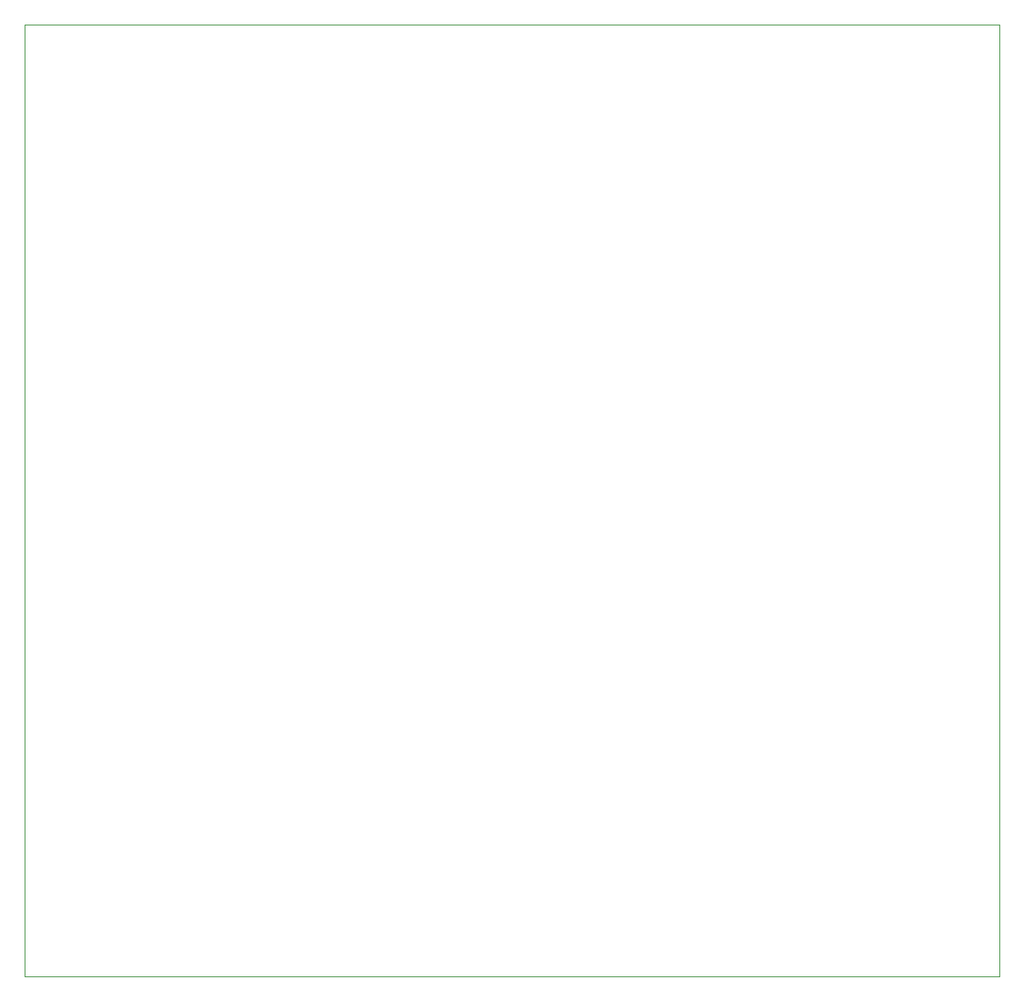
<source format=gbr>
%TF.GenerationSoftware,KiCad,Pcbnew,(6.0.0-0)*%
%TF.CreationDate,2022-02-14T22:32:37-05:00*%
%TF.ProjectId,control-unit,636f6e74-726f-46c2-9d75-6e69742e6b69,rev?*%
%TF.SameCoordinates,Original*%
%TF.FileFunction,Profile,NP*%
%FSLAX46Y46*%
G04 Gerber Fmt 4.6, Leading zero omitted, Abs format (unit mm)*
G04 Created by KiCad (PCBNEW (6.0.0-0)) date 2022-02-14 22:32:37*
%MOMM*%
%LPD*%
G01*
G04 APERTURE LIST*
%TA.AperFunction,Profile*%
%ADD10C,0.120000*%
%TD*%
G04 APERTURE END LIST*
D10*
X82316000Y-55757000D02*
X182826000Y-55757000D01*
X182826000Y-55757000D02*
X182826000Y-154017000D01*
X182826000Y-154017000D02*
X82316000Y-154017000D01*
X82316000Y-154017000D02*
X82316000Y-55757000D01*
M02*

</source>
